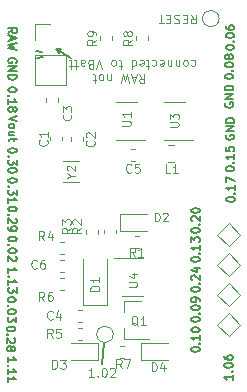
<source format=gbr>
G04 #@! TF.GenerationSoftware,KiCad,Pcbnew,(5.0.0)*
G04 #@! TF.CreationDate,2020-11-29T09:19:22-06:00*
G04 #@! TF.ProjectId,BlueMicro840,426C75654D6963726F3834302E6B6963,rev?*
G04 #@! TF.SameCoordinates,Original*
G04 #@! TF.FileFunction,Legend,Top*
G04 #@! TF.FilePolarity,Positive*
%FSLAX46Y46*%
G04 Gerber Fmt 4.6, Leading zero omitted, Abs format (unit mm)*
G04 Created by KiCad (PCBNEW (5.0.0)) date 11/29/20 09:19:22*
%MOMM*%
%LPD*%
G01*
G04 APERTURE LIST*
%ADD10C,0.200000*%
%ADD11C,0.100000*%
%ADD12C,0.120000*%
%ADD13C,0.150000*%
G04 APERTURE END LIST*
D10*
X102361533Y-138062775D02*
X102211533Y-139812775D01*
X98721533Y-113114775D02*
X98594533Y-113495775D01*
X98340533Y-113114775D02*
X98721533Y-113114775D01*
X98340533Y-113114775D02*
X98594533Y-113495775D01*
X98340533Y-113114775D02*
X99610533Y-113876775D01*
D11*
X105371104Y-115292989D02*
X105621104Y-115650132D01*
X105799675Y-115292989D02*
X105799675Y-116042989D01*
X105513961Y-116042989D01*
X105442532Y-116007275D01*
X105406818Y-115971560D01*
X105371104Y-115900132D01*
X105371104Y-115792989D01*
X105406818Y-115721560D01*
X105442532Y-115685846D01*
X105513961Y-115650132D01*
X105799675Y-115650132D01*
X105085390Y-115507275D02*
X104728247Y-115507275D01*
X105156818Y-115292989D02*
X104906818Y-116042989D01*
X104656818Y-115292989D01*
X104478247Y-116042989D02*
X104299675Y-115292989D01*
X104156818Y-115828703D01*
X104013961Y-115292989D01*
X103835390Y-116042989D01*
X102978247Y-115792989D02*
X102978247Y-115292989D01*
X102978247Y-115721560D02*
X102942532Y-115757275D01*
X102871104Y-115792989D01*
X102763961Y-115792989D01*
X102692532Y-115757275D01*
X102656818Y-115685846D01*
X102656818Y-115292989D01*
X102192532Y-115292989D02*
X102263961Y-115328703D01*
X102299675Y-115364417D01*
X102335390Y-115435846D01*
X102335390Y-115650132D01*
X102299675Y-115721560D01*
X102263961Y-115757275D01*
X102192532Y-115792989D01*
X102085390Y-115792989D01*
X102013961Y-115757275D01*
X101978247Y-115721560D01*
X101942532Y-115650132D01*
X101942532Y-115435846D01*
X101978247Y-115364417D01*
X102013961Y-115328703D01*
X102085390Y-115292989D01*
X102192532Y-115292989D01*
X101728247Y-115792989D02*
X101442532Y-115792989D01*
X101621104Y-116042989D02*
X101621104Y-115400132D01*
X101585390Y-115328703D01*
X101513961Y-115292989D01*
X101442532Y-115292989D01*
X109763961Y-114103703D02*
X109835390Y-114067989D01*
X109978247Y-114067989D01*
X110049675Y-114103703D01*
X110085390Y-114139417D01*
X110121104Y-114210846D01*
X110121104Y-114425132D01*
X110085390Y-114496560D01*
X110049675Y-114532275D01*
X109978247Y-114567989D01*
X109835390Y-114567989D01*
X109763961Y-114532275D01*
X109335390Y-114067989D02*
X109406818Y-114103703D01*
X109442533Y-114139417D01*
X109478247Y-114210846D01*
X109478247Y-114425132D01*
X109442533Y-114496560D01*
X109406818Y-114532275D01*
X109335390Y-114567989D01*
X109228247Y-114567989D01*
X109156818Y-114532275D01*
X109121104Y-114496560D01*
X109085390Y-114425132D01*
X109085390Y-114210846D01*
X109121104Y-114139417D01*
X109156818Y-114103703D01*
X109228247Y-114067989D01*
X109335390Y-114067989D01*
X108763961Y-114567989D02*
X108763961Y-114067989D01*
X108763961Y-114496560D02*
X108728247Y-114532275D01*
X108656818Y-114567989D01*
X108549675Y-114567989D01*
X108478247Y-114532275D01*
X108442533Y-114460846D01*
X108442533Y-114067989D01*
X108085390Y-114567989D02*
X108085390Y-114067989D01*
X108085390Y-114496560D02*
X108049675Y-114532275D01*
X107978247Y-114567989D01*
X107871104Y-114567989D01*
X107799675Y-114532275D01*
X107763961Y-114460846D01*
X107763961Y-114067989D01*
X107121104Y-114103703D02*
X107192533Y-114067989D01*
X107335390Y-114067989D01*
X107406818Y-114103703D01*
X107442533Y-114175132D01*
X107442533Y-114460846D01*
X107406818Y-114532275D01*
X107335390Y-114567989D01*
X107192533Y-114567989D01*
X107121104Y-114532275D01*
X107085390Y-114460846D01*
X107085390Y-114389417D01*
X107442533Y-114317989D01*
X106442533Y-114103703D02*
X106513961Y-114067989D01*
X106656818Y-114067989D01*
X106728247Y-114103703D01*
X106763961Y-114139417D01*
X106799675Y-114210846D01*
X106799675Y-114425132D01*
X106763961Y-114496560D01*
X106728247Y-114532275D01*
X106656818Y-114567989D01*
X106513961Y-114567989D01*
X106442533Y-114532275D01*
X106228247Y-114567989D02*
X105942533Y-114567989D01*
X106121104Y-114817989D02*
X106121104Y-114175132D01*
X106085390Y-114103703D01*
X106013961Y-114067989D01*
X105942533Y-114067989D01*
X105406818Y-114103703D02*
X105478247Y-114067989D01*
X105621104Y-114067989D01*
X105692533Y-114103703D01*
X105728247Y-114175132D01*
X105728247Y-114460846D01*
X105692533Y-114532275D01*
X105621104Y-114567989D01*
X105478247Y-114567989D01*
X105406818Y-114532275D01*
X105371104Y-114460846D01*
X105371104Y-114389417D01*
X105728247Y-114317989D01*
X104728247Y-114067989D02*
X104728247Y-114817989D01*
X104728247Y-114103703D02*
X104799675Y-114067989D01*
X104942533Y-114067989D01*
X105013961Y-114103703D01*
X105049675Y-114139417D01*
X105085390Y-114210846D01*
X105085390Y-114425132D01*
X105049675Y-114496560D01*
X105013961Y-114532275D01*
X104942533Y-114567989D01*
X104799675Y-114567989D01*
X104728247Y-114532275D01*
X103906818Y-114567989D02*
X103621104Y-114567989D01*
X103799675Y-114817989D02*
X103799675Y-114175132D01*
X103763961Y-114103703D01*
X103692533Y-114067989D01*
X103621104Y-114067989D01*
X103263961Y-114067989D02*
X103335390Y-114103703D01*
X103371104Y-114139417D01*
X103406818Y-114210846D01*
X103406818Y-114425132D01*
X103371104Y-114496560D01*
X103335390Y-114532275D01*
X103263961Y-114567989D01*
X103156818Y-114567989D01*
X103085390Y-114532275D01*
X103049675Y-114496560D01*
X103013961Y-114425132D01*
X103013961Y-114210846D01*
X103049675Y-114139417D01*
X103085390Y-114103703D01*
X103156818Y-114067989D01*
X103263961Y-114067989D01*
X102228247Y-114817989D02*
X101978247Y-114067989D01*
X101728247Y-114817989D01*
X101228247Y-114460846D02*
X101121104Y-114425132D01*
X101085390Y-114389417D01*
X101049675Y-114317989D01*
X101049675Y-114210846D01*
X101085390Y-114139417D01*
X101121104Y-114103703D01*
X101192533Y-114067989D01*
X101478247Y-114067989D01*
X101478247Y-114817989D01*
X101228247Y-114817989D01*
X101156818Y-114782275D01*
X101121104Y-114746560D01*
X101085390Y-114675132D01*
X101085390Y-114603703D01*
X101121104Y-114532275D01*
X101156818Y-114496560D01*
X101228247Y-114460846D01*
X101478247Y-114460846D01*
X100406818Y-114067989D02*
X100406818Y-114460846D01*
X100442533Y-114532275D01*
X100513961Y-114567989D01*
X100656818Y-114567989D01*
X100728247Y-114532275D01*
X100406818Y-114103703D02*
X100478247Y-114067989D01*
X100656818Y-114067989D01*
X100728247Y-114103703D01*
X100763961Y-114175132D01*
X100763961Y-114246560D01*
X100728247Y-114317989D01*
X100656818Y-114353703D01*
X100478247Y-114353703D01*
X100406818Y-114389417D01*
X100156818Y-114567989D02*
X99871104Y-114567989D01*
X100049675Y-114817989D02*
X100049675Y-114175132D01*
X100013961Y-114103703D01*
X99942533Y-114067989D01*
X99871104Y-114067989D01*
X99728247Y-114567989D02*
X99442533Y-114567989D01*
X99621104Y-114817989D02*
X99621104Y-114175132D01*
X99585390Y-114103703D01*
X99513961Y-114067989D01*
X99442533Y-114067989D01*
D10*
X97169533Y-113409775D02*
X96661533Y-113282775D01*
X96671533Y-113912775D02*
X97179533Y-113785775D01*
D11*
X101532961Y-140902060D02*
X101104390Y-140902060D01*
X101318675Y-140902060D02*
X101318675Y-140152060D01*
X101247247Y-140259203D01*
X101175818Y-140330632D01*
X101104390Y-140366346D01*
X101854390Y-140830632D02*
X101890104Y-140866346D01*
X101854390Y-140902060D01*
X101818675Y-140866346D01*
X101854390Y-140830632D01*
X101854390Y-140902060D01*
X102354390Y-140152060D02*
X102425818Y-140152060D01*
X102497247Y-140187775D01*
X102532961Y-140223489D01*
X102568675Y-140294917D01*
X102604390Y-140437775D01*
X102604390Y-140616346D01*
X102568675Y-140759203D01*
X102532961Y-140830632D01*
X102497247Y-140866346D01*
X102425818Y-140902060D01*
X102354390Y-140902060D01*
X102282961Y-140866346D01*
X102247247Y-140830632D01*
X102211533Y-140759203D01*
X102175818Y-140616346D01*
X102175818Y-140437775D01*
X102211533Y-140294917D01*
X102247247Y-140223489D01*
X102282961Y-140187775D01*
X102354390Y-140152060D01*
X102890104Y-140223489D02*
X102925818Y-140187775D01*
X102997247Y-140152060D01*
X103175818Y-140152060D01*
X103247247Y-140187775D01*
X103282961Y-140223489D01*
X103318675Y-140294917D01*
X103318675Y-140366346D01*
X103282961Y-140473489D01*
X102854390Y-140902060D01*
X103318675Y-140902060D01*
X109716818Y-110235489D02*
X109966818Y-110592632D01*
X110145390Y-110235489D02*
X110145390Y-110985489D01*
X109859675Y-110985489D01*
X109788247Y-110949775D01*
X109752533Y-110914060D01*
X109716818Y-110842632D01*
X109716818Y-110735489D01*
X109752533Y-110664060D01*
X109788247Y-110628346D01*
X109859675Y-110592632D01*
X110145390Y-110592632D01*
X109395390Y-110628346D02*
X109145390Y-110628346D01*
X109038247Y-110235489D02*
X109395390Y-110235489D01*
X109395390Y-110985489D01*
X109038247Y-110985489D01*
X108752533Y-110271203D02*
X108645390Y-110235489D01*
X108466818Y-110235489D01*
X108395390Y-110271203D01*
X108359675Y-110306917D01*
X108323961Y-110378346D01*
X108323961Y-110449775D01*
X108359675Y-110521203D01*
X108395390Y-110556917D01*
X108466818Y-110592632D01*
X108609675Y-110628346D01*
X108681104Y-110664060D01*
X108716818Y-110699775D01*
X108752533Y-110771203D01*
X108752533Y-110842632D01*
X108716818Y-110914060D01*
X108681104Y-110949775D01*
X108609675Y-110985489D01*
X108431104Y-110985489D01*
X108323961Y-110949775D01*
X108002533Y-110628346D02*
X107752533Y-110628346D01*
X107645390Y-110235489D02*
X108002533Y-110235489D01*
X108002533Y-110985489D01*
X107645390Y-110985489D01*
X107431104Y-110985489D02*
X107002533Y-110985489D01*
X107216818Y-110235489D02*
X107216818Y-110985489D01*
D12*
G04 #@! TO.C,D3*
X99547033Y-139503775D02*
X101832033Y-139503775D01*
X101832033Y-139503775D02*
X101832033Y-138033775D01*
X101832033Y-138033775D02*
X99547033Y-138033775D01*
G04 #@! TO.C,D2*
X105998533Y-127111775D02*
X103713533Y-127111775D01*
X103713533Y-127111775D02*
X103713533Y-128581775D01*
X103713533Y-128581775D02*
X105998533Y-128581775D01*
G04 #@! TO.C,Y2*
X100285533Y-122653775D02*
X98935533Y-122653775D01*
X100285533Y-124403775D02*
X98935533Y-124403775D01*
G04 #@! TO.C,U3*
X107473533Y-120820775D02*
X109923533Y-120820775D01*
X109273533Y-117600775D02*
X107473533Y-117600775D01*
G04 #@! TO.C,U4*
X103917533Y-134028775D02*
X105717533Y-134028775D01*
X105717533Y-130808775D02*
X103267533Y-130808775D01*
G04 #@! TO.C,D4*
X107802034Y-138033775D02*
X105517034Y-138033775D01*
X105517034Y-138033775D02*
X105517034Y-139503775D01*
X105517034Y-139503775D02*
X107802034Y-139503775D01*
G04 #@! TO.C,C1*
X97830533Y-120897554D02*
X97830533Y-120571996D01*
X98850533Y-120897554D02*
X98850533Y-120571996D01*
G04 #@! TO.C,C2*
X100628533Y-120597497D02*
X100628533Y-120923055D01*
X99608533Y-120597497D02*
X99608533Y-120923055D01*
G04 #@! TO.C,C3*
X98469533Y-117295496D02*
X98469533Y-117621054D01*
X97449533Y-117295496D02*
X97449533Y-117621054D01*
G04 #@! TO.C,C4*
X100509812Y-135210775D02*
X100184254Y-135210775D01*
X100509812Y-136230775D02*
X100184254Y-136230775D01*
G04 #@! TO.C,C5*
X104654754Y-122641775D02*
X104980312Y-122641775D01*
X104654754Y-121621775D02*
X104980312Y-121621775D01*
G04 #@! TO.C,C6*
X98685754Y-132039775D02*
X99011312Y-132039775D01*
X98685754Y-131019775D02*
X99011312Y-131019775D01*
G04 #@! TO.C,R1*
X105010254Y-130007775D02*
X105335812Y-130007775D01*
X105010254Y-128987775D02*
X105335812Y-128987775D01*
G04 #@! TO.C,R2*
X103422533Y-128771554D02*
X103422533Y-128445996D01*
X102402533Y-128771554D02*
X102402533Y-128445996D01*
G04 #@! TO.C,R3*
X100878533Y-128797060D02*
X100878533Y-128471502D01*
X101898533Y-128797060D02*
X101898533Y-128471502D01*
G04 #@! TO.C,R4*
X99011312Y-130515775D02*
X98685754Y-130515775D01*
X99011312Y-129495775D02*
X98685754Y-129495775D01*
G04 #@! TO.C,R5*
X100509812Y-136734775D02*
X100184254Y-136734775D01*
X100509812Y-137754775D02*
X100184254Y-137754775D01*
G04 #@! TO.C,R6*
X98685754Y-132543775D02*
X99011312Y-132543775D01*
X98685754Y-133563775D02*
X99011312Y-133563775D01*
G04 #@! TO.C,R7*
X104091312Y-139278775D02*
X103765754Y-139278775D01*
X104091312Y-138258775D02*
X103765754Y-138258775D01*
G04 #@! TO.C,D1*
X100642533Y-134796775D02*
X102642533Y-134796775D01*
X102642533Y-134796775D02*
X102642533Y-130896775D01*
X100642533Y-134796775D02*
X100642533Y-130896775D01*
G04 #@! TO.C,Q1*
X104057533Y-134521775D02*
X104057533Y-135451775D01*
X104057533Y-137681775D02*
X104057533Y-136751775D01*
X104057533Y-137681775D02*
X106217533Y-137681775D01*
X104057533Y-134521775D02*
X105517533Y-134521775D01*
G04 #@! TO.C,TP1*
X103161533Y-137312775D02*
G75*
G03X103161533Y-137312775I-700000J0D01*
G01*
G04 #@! TO.C,TP7*
X112121533Y-110574775D02*
G75*
G03X112121533Y-110574775I-700000J0D01*
G01*
G04 #@! TO.C,L1*
X108299611Y-122714775D02*
X107782455Y-122714775D01*
X108299611Y-121294775D02*
X107782455Y-121294775D01*
G04 #@! TO.C,TP3*
X112945533Y-134932724D02*
X111955584Y-133942775D01*
X113935482Y-133942775D02*
X112945533Y-134932724D01*
X112945533Y-132952826D02*
X113935482Y-133942775D01*
X111955584Y-133942775D02*
X112945533Y-132952826D01*
G04 #@! TO.C,TP4*
X111955584Y-136482775D02*
X112945533Y-135492826D01*
X112945533Y-135492826D02*
X113935482Y-136482775D01*
X113935482Y-136482775D02*
X112945533Y-137472724D01*
X112945533Y-137472724D02*
X111955584Y-136482775D01*
G04 #@! TO.C,TP5*
X111955584Y-128862775D02*
X112945533Y-127872826D01*
X112945533Y-127872826D02*
X113935482Y-128862775D01*
X113935482Y-128862775D02*
X112945533Y-129852724D01*
X112945533Y-129852724D02*
X111955584Y-128862775D01*
G04 #@! TO.C,TP6*
X112945533Y-132392724D02*
X111955584Y-131402775D01*
X113935482Y-131402775D02*
X112945533Y-132392724D01*
X112945533Y-130412826D02*
X113935482Y-131402775D01*
X111955584Y-131402775D02*
X112945533Y-130412826D01*
G04 #@! TO.C,R8*
X105069533Y-112388554D02*
X105069533Y-112062996D01*
X106089533Y-112388554D02*
X106089533Y-112062996D01*
G04 #@! TO.C,R9*
X103041533Y-112388554D02*
X103041533Y-112062996D01*
X102021533Y-112388554D02*
X102021533Y-112062996D01*
G04 #@! TO.C,U1*
X105209533Y-117600775D02*
X103409533Y-117600775D01*
X103409533Y-120820775D02*
X105859533Y-120820775D01*
G04 #@! TO.C,J2*
X96502533Y-116222775D02*
X99162533Y-116222775D01*
X96502533Y-113622775D02*
X96502533Y-116222775D01*
X99162533Y-113622775D02*
X99162533Y-116222775D01*
X96502533Y-113622775D02*
X99162533Y-113622775D01*
X96502533Y-112352775D02*
X96502533Y-111022775D01*
X96502533Y-111022775D02*
X97832533Y-111022775D01*
G04 #@! TO.C,D3*
D11*
X98007961Y-140202060D02*
X98007961Y-139452060D01*
X98186533Y-139452060D01*
X98293675Y-139487775D01*
X98365104Y-139559203D01*
X98400818Y-139630632D01*
X98436533Y-139773489D01*
X98436533Y-139880632D01*
X98400818Y-140023489D01*
X98365104Y-140094917D01*
X98293675Y-140166346D01*
X98186533Y-140202060D01*
X98007961Y-140202060D01*
X98686533Y-139452060D02*
X99150818Y-139452060D01*
X98900818Y-139737775D01*
X99007961Y-139737775D01*
X99079390Y-139773489D01*
X99115104Y-139809203D01*
X99150818Y-139880632D01*
X99150818Y-140059203D01*
X99115104Y-140130632D01*
X99079390Y-140166346D01*
X99007961Y-140202060D01*
X98793675Y-140202060D01*
X98722247Y-140166346D01*
X98686533Y-140130632D01*
G04 #@! TO.C,D2*
X106713866Y-127718941D02*
X106713866Y-127018941D01*
X106880533Y-127018941D01*
X106980533Y-127052275D01*
X107047199Y-127118941D01*
X107080533Y-127185608D01*
X107113866Y-127318941D01*
X107113866Y-127418941D01*
X107080533Y-127552275D01*
X107047199Y-127618941D01*
X106980533Y-127685608D01*
X106880533Y-127718941D01*
X106713866Y-127718941D01*
X107380533Y-127085608D02*
X107413866Y-127052275D01*
X107480533Y-127018941D01*
X107647199Y-127018941D01*
X107713866Y-127052275D01*
X107747199Y-127085608D01*
X107780533Y-127152275D01*
X107780533Y-127218941D01*
X107747199Y-127318941D01*
X107347199Y-127718941D01*
X107780533Y-127718941D01*
G04 #@! TO.C,Y2*
X99593866Y-123862108D02*
X99927199Y-123862108D01*
X99227199Y-124095441D02*
X99593866Y-123862108D01*
X99227199Y-123628775D01*
X99293866Y-123428775D02*
X99260533Y-123395441D01*
X99227199Y-123328775D01*
X99227199Y-123162108D01*
X99260533Y-123095441D01*
X99293866Y-123062108D01*
X99360533Y-123028775D01*
X99427199Y-123028775D01*
X99527199Y-123062108D01*
X99927199Y-123462108D01*
X99927199Y-123028775D01*
G04 #@! TO.C,U3*
X107990199Y-119744108D02*
X108556866Y-119744108D01*
X108623533Y-119710775D01*
X108656866Y-119677441D01*
X108690199Y-119610775D01*
X108690199Y-119477441D01*
X108656866Y-119410775D01*
X108623533Y-119377441D01*
X108556866Y-119344108D01*
X107990199Y-119344108D01*
X107990199Y-119077441D02*
X107990199Y-118644108D01*
X108256866Y-118877441D01*
X108256866Y-118777441D01*
X108290199Y-118710775D01*
X108323533Y-118677441D01*
X108390199Y-118644108D01*
X108556866Y-118644108D01*
X108623533Y-118677441D01*
X108656866Y-118710775D01*
X108690199Y-118777441D01*
X108690199Y-118977441D01*
X108656866Y-119044108D01*
X108623533Y-119077441D01*
G04 #@! TO.C,U4*
X104497699Y-133269608D02*
X105064366Y-133269608D01*
X105131033Y-133236275D01*
X105164366Y-133202941D01*
X105197699Y-133136275D01*
X105197699Y-133002941D01*
X105164366Y-132936275D01*
X105131033Y-132902941D01*
X105064366Y-132869608D01*
X104497699Y-132869608D01*
X104731033Y-132236275D02*
X105197699Y-132236275D01*
X104464366Y-132402941D02*
X104964366Y-132569608D01*
X104964366Y-132136275D01*
G04 #@! TO.C,D4*
X106422961Y-140441560D02*
X106422961Y-139691560D01*
X106601533Y-139691560D01*
X106708675Y-139727275D01*
X106780104Y-139798703D01*
X106815818Y-139870132D01*
X106851533Y-140012989D01*
X106851533Y-140120132D01*
X106815818Y-140262989D01*
X106780104Y-140334417D01*
X106708675Y-140405846D01*
X106601533Y-140441560D01*
X106422961Y-140441560D01*
X107494390Y-139941560D02*
X107494390Y-140441560D01*
X107315818Y-139655846D02*
X107137247Y-140191560D01*
X107601533Y-140191560D01*
G04 #@! TO.C,C1*
X97528890Y-120859775D02*
X97564604Y-120895489D01*
X97600318Y-121002632D01*
X97600318Y-121074060D01*
X97564604Y-121181203D01*
X97493175Y-121252632D01*
X97421747Y-121288346D01*
X97278890Y-121324060D01*
X97171747Y-121324060D01*
X97028890Y-121288346D01*
X96957461Y-121252632D01*
X96886033Y-121181203D01*
X96850318Y-121074060D01*
X96850318Y-121002632D01*
X96886033Y-120895489D01*
X96921747Y-120859775D01*
X97600318Y-120145489D02*
X97600318Y-120574060D01*
X97600318Y-120359775D02*
X96850318Y-120359775D01*
X96957461Y-120431203D01*
X97028890Y-120502632D01*
X97064604Y-120574060D01*
G04 #@! TO.C,C2*
X101529390Y-120923275D02*
X101565104Y-120958989D01*
X101600818Y-121066132D01*
X101600818Y-121137560D01*
X101565104Y-121244703D01*
X101493675Y-121316132D01*
X101422247Y-121351846D01*
X101279390Y-121387560D01*
X101172247Y-121387560D01*
X101029390Y-121351846D01*
X100957961Y-121316132D01*
X100886533Y-121244703D01*
X100850818Y-121137560D01*
X100850818Y-121066132D01*
X100886533Y-120958989D01*
X100922247Y-120923275D01*
X100922247Y-120637560D02*
X100886533Y-120601846D01*
X100850818Y-120530417D01*
X100850818Y-120351846D01*
X100886533Y-120280417D01*
X100922247Y-120244703D01*
X100993675Y-120208989D01*
X101065104Y-120208989D01*
X101172247Y-120244703D01*
X101600818Y-120673275D01*
X101600818Y-120208989D01*
G04 #@! TO.C,C3*
X99548190Y-118700775D02*
X99583904Y-118736489D01*
X99619618Y-118843632D01*
X99619618Y-118915060D01*
X99583904Y-119022203D01*
X99512475Y-119093632D01*
X99441047Y-119129346D01*
X99298190Y-119165060D01*
X99191047Y-119165060D01*
X99048190Y-119129346D01*
X98976761Y-119093632D01*
X98905333Y-119022203D01*
X98869618Y-118915060D01*
X98869618Y-118843632D01*
X98905333Y-118736489D01*
X98941047Y-118700775D01*
X98869618Y-118450775D02*
X98869618Y-117986489D01*
X99155333Y-118236489D01*
X99155333Y-118129346D01*
X99191047Y-118057917D01*
X99226761Y-118022203D01*
X99298190Y-117986489D01*
X99476761Y-117986489D01*
X99548190Y-118022203D01*
X99583904Y-118057917D01*
X99619618Y-118129346D01*
X99619618Y-118343632D01*
X99583904Y-118415060D01*
X99548190Y-118450775D01*
G04 #@! TO.C,C4*
X98025033Y-135988632D02*
X97989318Y-136024346D01*
X97882175Y-136060060D01*
X97810747Y-136060060D01*
X97703604Y-136024346D01*
X97632175Y-135952917D01*
X97596461Y-135881489D01*
X97560747Y-135738632D01*
X97560747Y-135631489D01*
X97596461Y-135488632D01*
X97632175Y-135417203D01*
X97703604Y-135345775D01*
X97810747Y-135310060D01*
X97882175Y-135310060D01*
X97989318Y-135345775D01*
X98025033Y-135381489D01*
X98667890Y-135560060D02*
X98667890Y-136060060D01*
X98489318Y-135274346D02*
X98310747Y-135810060D01*
X98775033Y-135810060D01*
G04 #@! TO.C,C5*
X104692533Y-123542632D02*
X104656818Y-123578346D01*
X104549675Y-123614060D01*
X104478247Y-123614060D01*
X104371104Y-123578346D01*
X104299675Y-123506917D01*
X104263961Y-123435489D01*
X104228247Y-123292632D01*
X104228247Y-123185489D01*
X104263961Y-123042632D01*
X104299675Y-122971203D01*
X104371104Y-122899775D01*
X104478247Y-122864060D01*
X104549675Y-122864060D01*
X104656818Y-122899775D01*
X104692533Y-122935489D01*
X105371104Y-122864060D02*
X105013961Y-122864060D01*
X104978247Y-123221203D01*
X105013961Y-123185489D01*
X105085390Y-123149775D01*
X105263961Y-123149775D01*
X105335390Y-123185489D01*
X105371104Y-123221203D01*
X105406818Y-123292632D01*
X105406818Y-123471203D01*
X105371104Y-123542632D01*
X105335390Y-123578346D01*
X105263961Y-123614060D01*
X105085390Y-123614060D01*
X105013961Y-123578346D01*
X104978247Y-123542632D01*
G04 #@! TO.C,C6*
X96691533Y-131670632D02*
X96655818Y-131706346D01*
X96548675Y-131742060D01*
X96477247Y-131742060D01*
X96370104Y-131706346D01*
X96298675Y-131634917D01*
X96262961Y-131563489D01*
X96227247Y-131420632D01*
X96227247Y-131313489D01*
X96262961Y-131170632D01*
X96298675Y-131099203D01*
X96370104Y-131027775D01*
X96477247Y-130992060D01*
X96548675Y-130992060D01*
X96655818Y-131027775D01*
X96691533Y-131063489D01*
X97334390Y-130992060D02*
X97191533Y-130992060D01*
X97120104Y-131027775D01*
X97084390Y-131063489D01*
X97012961Y-131170632D01*
X96977247Y-131313489D01*
X96977247Y-131599203D01*
X97012961Y-131670632D01*
X97048675Y-131706346D01*
X97120104Y-131742060D01*
X97262961Y-131742060D01*
X97334390Y-131706346D01*
X97370104Y-131670632D01*
X97405818Y-131599203D01*
X97405818Y-131420632D01*
X97370104Y-131349203D01*
X97334390Y-131313489D01*
X97262961Y-131277775D01*
X97120104Y-131277775D01*
X97048675Y-131313489D01*
X97012961Y-131349203D01*
X96977247Y-131420632D01*
G04 #@! TO.C,R1*
X105010033Y-130726060D02*
X104760033Y-130368917D01*
X104581461Y-130726060D02*
X104581461Y-129976060D01*
X104867175Y-129976060D01*
X104938604Y-130011775D01*
X104974318Y-130047489D01*
X105010033Y-130118917D01*
X105010033Y-130226060D01*
X104974318Y-130297489D01*
X104938604Y-130333203D01*
X104867175Y-130368917D01*
X104581461Y-130368917D01*
X105724318Y-130726060D02*
X105295747Y-130726060D01*
X105510033Y-130726060D02*
X105510033Y-129976060D01*
X105438604Y-130083203D01*
X105367175Y-130154632D01*
X105295747Y-130190346D01*
G04 #@! TO.C,R2*
X100457818Y-128289275D02*
X100100675Y-128539275D01*
X100457818Y-128717846D02*
X99707818Y-128717846D01*
X99707818Y-128432132D01*
X99743533Y-128360703D01*
X99779247Y-128324989D01*
X99850675Y-128289275D01*
X99957818Y-128289275D01*
X100029247Y-128324989D01*
X100064961Y-128360703D01*
X100100675Y-128432132D01*
X100100675Y-128717846D01*
X99779247Y-128003560D02*
X99743533Y-127967846D01*
X99707818Y-127896417D01*
X99707818Y-127717846D01*
X99743533Y-127646417D01*
X99779247Y-127610703D01*
X99850675Y-127574989D01*
X99922104Y-127574989D01*
X100029247Y-127610703D01*
X100457818Y-128039275D01*
X100457818Y-127574989D01*
G04 #@! TO.C,R3*
X99568818Y-128289275D02*
X99211675Y-128539275D01*
X99568818Y-128717846D02*
X98818818Y-128717846D01*
X98818818Y-128432132D01*
X98854533Y-128360703D01*
X98890247Y-128324989D01*
X98961675Y-128289275D01*
X99068818Y-128289275D01*
X99140247Y-128324989D01*
X99175961Y-128360703D01*
X99211675Y-128432132D01*
X99211675Y-128717846D01*
X98818818Y-128039275D02*
X98818818Y-127574989D01*
X99104533Y-127824989D01*
X99104533Y-127717846D01*
X99140247Y-127646417D01*
X99175961Y-127610703D01*
X99247390Y-127574989D01*
X99425961Y-127574989D01*
X99497390Y-127610703D01*
X99533104Y-127646417D01*
X99568818Y-127717846D01*
X99568818Y-127932132D01*
X99533104Y-128003560D01*
X99497390Y-128039275D01*
G04 #@! TO.C,R4*
X97326533Y-129329060D02*
X97076533Y-128971917D01*
X96897961Y-129329060D02*
X96897961Y-128579060D01*
X97183675Y-128579060D01*
X97255104Y-128614775D01*
X97290818Y-128650489D01*
X97326533Y-128721917D01*
X97326533Y-128829060D01*
X97290818Y-128900489D01*
X97255104Y-128936203D01*
X97183675Y-128971917D01*
X96897961Y-128971917D01*
X97969390Y-128829060D02*
X97969390Y-129329060D01*
X97790818Y-128543346D02*
X97612247Y-129079060D01*
X98076533Y-129079060D01*
G04 #@! TO.C,R5*
X98025033Y-137584060D02*
X97775033Y-137226917D01*
X97596461Y-137584060D02*
X97596461Y-136834060D01*
X97882175Y-136834060D01*
X97953604Y-136869775D01*
X97989318Y-136905489D01*
X98025033Y-136976917D01*
X98025033Y-137084060D01*
X97989318Y-137155489D01*
X97953604Y-137191203D01*
X97882175Y-137226917D01*
X97596461Y-137226917D01*
X98703604Y-136834060D02*
X98346461Y-136834060D01*
X98310747Y-137191203D01*
X98346461Y-137155489D01*
X98417890Y-137119775D01*
X98596461Y-137119775D01*
X98667890Y-137155489D01*
X98703604Y-137191203D01*
X98739318Y-137262632D01*
X98739318Y-137441203D01*
X98703604Y-137512632D01*
X98667890Y-137548346D01*
X98596461Y-137584060D01*
X98417890Y-137584060D01*
X98346461Y-137548346D01*
X98310747Y-137512632D01*
G04 #@! TO.C,R6*
X97326533Y-134472560D02*
X97076533Y-134115417D01*
X96897961Y-134472560D02*
X96897961Y-133722560D01*
X97183675Y-133722560D01*
X97255104Y-133758275D01*
X97290818Y-133793989D01*
X97326533Y-133865417D01*
X97326533Y-133972560D01*
X97290818Y-134043989D01*
X97255104Y-134079703D01*
X97183675Y-134115417D01*
X96897961Y-134115417D01*
X97969390Y-133722560D02*
X97826533Y-133722560D01*
X97755104Y-133758275D01*
X97719390Y-133793989D01*
X97647961Y-133901132D01*
X97612247Y-134043989D01*
X97612247Y-134329703D01*
X97647961Y-134401132D01*
X97683675Y-134436846D01*
X97755104Y-134472560D01*
X97897961Y-134472560D01*
X97969390Y-134436846D01*
X98005104Y-134401132D01*
X98040818Y-134329703D01*
X98040818Y-134151132D01*
X98005104Y-134079703D01*
X97969390Y-134043989D01*
X97897961Y-134008275D01*
X97755104Y-134008275D01*
X97683675Y-134043989D01*
X97647961Y-134079703D01*
X97612247Y-134151132D01*
G04 #@! TO.C,R7*
X103867033Y-140187560D02*
X103617033Y-139830417D01*
X103438461Y-140187560D02*
X103438461Y-139437560D01*
X103724175Y-139437560D01*
X103795604Y-139473275D01*
X103831318Y-139508989D01*
X103867033Y-139580417D01*
X103867033Y-139687560D01*
X103831318Y-139758989D01*
X103795604Y-139794703D01*
X103724175Y-139830417D01*
X103438461Y-139830417D01*
X104117033Y-139437560D02*
X104617033Y-139437560D01*
X104295604Y-140187560D01*
G04 #@! TO.C,D1*
X101981818Y-133607346D02*
X101231818Y-133607346D01*
X101231818Y-133428775D01*
X101267533Y-133321632D01*
X101338961Y-133250203D01*
X101410390Y-133214489D01*
X101553247Y-133178775D01*
X101660390Y-133178775D01*
X101803247Y-133214489D01*
X101874675Y-133250203D01*
X101946104Y-133321632D01*
X101981818Y-133428775D01*
X101981818Y-133607346D01*
X101981818Y-132464489D02*
X101981818Y-132893060D01*
X101981818Y-132678775D02*
X101231818Y-132678775D01*
X101338961Y-132750203D01*
X101410390Y-132821632D01*
X101446104Y-132893060D01*
G04 #@! TO.C,Q1*
X105254104Y-136575989D02*
X105182675Y-136540275D01*
X105111247Y-136468846D01*
X105004104Y-136361703D01*
X104932675Y-136325989D01*
X104861247Y-136325989D01*
X104896961Y-136504560D02*
X104825533Y-136468846D01*
X104754104Y-136397417D01*
X104718390Y-136254560D01*
X104718390Y-136004560D01*
X104754104Y-135861703D01*
X104825533Y-135790275D01*
X104896961Y-135754560D01*
X105039818Y-135754560D01*
X105111247Y-135790275D01*
X105182675Y-135861703D01*
X105218390Y-136004560D01*
X105218390Y-136254560D01*
X105182675Y-136397417D01*
X105111247Y-136468846D01*
X105039818Y-136504560D01*
X104896961Y-136504560D01*
X105932675Y-136504560D02*
X105504104Y-136504560D01*
X105718390Y-136504560D02*
X105718390Y-135754560D01*
X105646961Y-135861703D01*
X105575533Y-135933132D01*
X105504104Y-135968846D01*
G04 #@! TO.C,L1*
X107994533Y-123677560D02*
X107637390Y-123677560D01*
X107637390Y-122927560D01*
X108637390Y-123677560D02*
X108208818Y-123677560D01*
X108423104Y-123677560D02*
X108423104Y-122927560D01*
X108351675Y-123034703D01*
X108280247Y-123106132D01*
X108208818Y-123141846D01*
G04 #@! TO.C,U2*
D13*
X94277366Y-111805941D02*
X94610699Y-111572608D01*
X94277366Y-111405941D02*
X94977366Y-111405941D01*
X94977366Y-111672608D01*
X94944033Y-111739275D01*
X94910699Y-111772608D01*
X94844033Y-111805941D01*
X94744033Y-111805941D01*
X94677366Y-111772608D01*
X94644033Y-111739275D01*
X94610699Y-111672608D01*
X94610699Y-111405941D01*
X94477366Y-112072608D02*
X94477366Y-112405941D01*
X94277366Y-112005941D02*
X94977366Y-112239275D01*
X94277366Y-112472608D01*
X94977366Y-112639275D02*
X94277366Y-112805941D01*
X94777366Y-112939275D01*
X94277366Y-113072608D01*
X94977366Y-113239275D01*
X94944033Y-114295941D02*
X94977366Y-114229275D01*
X94977366Y-114129275D01*
X94944033Y-114029275D01*
X94877366Y-113962608D01*
X94810699Y-113929275D01*
X94677366Y-113895941D01*
X94577366Y-113895941D01*
X94444033Y-113929275D01*
X94377366Y-113962608D01*
X94310699Y-114029275D01*
X94277366Y-114129275D01*
X94277366Y-114195941D01*
X94310699Y-114295941D01*
X94344033Y-114329275D01*
X94577366Y-114329275D01*
X94577366Y-114195941D01*
X94277366Y-114629275D02*
X94977366Y-114629275D01*
X94277366Y-115029275D01*
X94977366Y-115029275D01*
X94277366Y-115362608D02*
X94977366Y-115362608D01*
X94977366Y-115529275D01*
X94944033Y-115629275D01*
X94877366Y-115695941D01*
X94810699Y-115729275D01*
X94677366Y-115762608D01*
X94577366Y-115762608D01*
X94444033Y-115729275D01*
X94377366Y-115695941D01*
X94310699Y-115629275D01*
X94277366Y-115529275D01*
X94277366Y-115362608D01*
X94977366Y-116566108D02*
X94977366Y-116632775D01*
X94944033Y-116699441D01*
X94910699Y-116732775D01*
X94844033Y-116766108D01*
X94710699Y-116799441D01*
X94544033Y-116799441D01*
X94410699Y-116766108D01*
X94344033Y-116732775D01*
X94310699Y-116699441D01*
X94277366Y-116632775D01*
X94277366Y-116566108D01*
X94310699Y-116499441D01*
X94344033Y-116466108D01*
X94410699Y-116432775D01*
X94544033Y-116399441D01*
X94710699Y-116399441D01*
X94844033Y-116432775D01*
X94910699Y-116466108D01*
X94944033Y-116499441D01*
X94977366Y-116566108D01*
X94344033Y-117099441D02*
X94310699Y-117132775D01*
X94277366Y-117099441D01*
X94310699Y-117066108D01*
X94344033Y-117099441D01*
X94277366Y-117099441D01*
X94277366Y-117799441D02*
X94277366Y-117399441D01*
X94277366Y-117599441D02*
X94977366Y-117599441D01*
X94877366Y-117532775D01*
X94810699Y-117466108D01*
X94777366Y-117399441D01*
X94677366Y-118199441D02*
X94710699Y-118132775D01*
X94744033Y-118099441D01*
X94810699Y-118066108D01*
X94844033Y-118066108D01*
X94910699Y-118099441D01*
X94944033Y-118132775D01*
X94977366Y-118199441D01*
X94977366Y-118332775D01*
X94944033Y-118399441D01*
X94910699Y-118432775D01*
X94844033Y-118466108D01*
X94810699Y-118466108D01*
X94744033Y-118432775D01*
X94710699Y-118399441D01*
X94677366Y-118332775D01*
X94677366Y-118199441D01*
X94644033Y-118132775D01*
X94610699Y-118099441D01*
X94544033Y-118066108D01*
X94410699Y-118066108D01*
X94344033Y-118099441D01*
X94310699Y-118132775D01*
X94277366Y-118199441D01*
X94277366Y-118332775D01*
X94310699Y-118399441D01*
X94344033Y-118432775D01*
X94410699Y-118466108D01*
X94544033Y-118466108D01*
X94610699Y-118432775D01*
X94644033Y-118399441D01*
X94677366Y-118332775D01*
X95034866Y-118816108D02*
X94334866Y-119049441D01*
X95034866Y-119282775D01*
X94334866Y-119616108D02*
X94368199Y-119549441D01*
X94401533Y-119516108D01*
X94468199Y-119482775D01*
X94668199Y-119482775D01*
X94734866Y-119516108D01*
X94768199Y-119549441D01*
X94801533Y-119616108D01*
X94801533Y-119716108D01*
X94768199Y-119782775D01*
X94734866Y-119816108D01*
X94668199Y-119849441D01*
X94468199Y-119849441D01*
X94401533Y-119816108D01*
X94368199Y-119782775D01*
X94334866Y-119716108D01*
X94334866Y-119616108D01*
X94801533Y-120449441D02*
X94334866Y-120449441D01*
X94801533Y-120149441D02*
X94434866Y-120149441D01*
X94368199Y-120182775D01*
X94334866Y-120249441D01*
X94334866Y-120349441D01*
X94368199Y-120416108D01*
X94401533Y-120449441D01*
X94801533Y-120682775D02*
X94801533Y-120949441D01*
X95034866Y-120782775D02*
X94434866Y-120782775D01*
X94368199Y-120816108D01*
X94334866Y-120882775D01*
X94334866Y-120949441D01*
X94977366Y-121709608D02*
X94977366Y-121776275D01*
X94944033Y-121842941D01*
X94910699Y-121876275D01*
X94844033Y-121909608D01*
X94710699Y-121942941D01*
X94544033Y-121942941D01*
X94410699Y-121909608D01*
X94344033Y-121876275D01*
X94310699Y-121842941D01*
X94277366Y-121776275D01*
X94277366Y-121709608D01*
X94310699Y-121642941D01*
X94344033Y-121609608D01*
X94410699Y-121576275D01*
X94544033Y-121542941D01*
X94710699Y-121542941D01*
X94844033Y-121576275D01*
X94910699Y-121609608D01*
X94944033Y-121642941D01*
X94977366Y-121709608D01*
X94344033Y-122242941D02*
X94310699Y-122276275D01*
X94277366Y-122242941D01*
X94310699Y-122209608D01*
X94344033Y-122242941D01*
X94277366Y-122242941D01*
X94977366Y-122509608D02*
X94977366Y-122942941D01*
X94710699Y-122709608D01*
X94710699Y-122809608D01*
X94677366Y-122876275D01*
X94644033Y-122909608D01*
X94577366Y-122942941D01*
X94410699Y-122942941D01*
X94344033Y-122909608D01*
X94310699Y-122876275D01*
X94277366Y-122809608D01*
X94277366Y-122609608D01*
X94310699Y-122542941D01*
X94344033Y-122509608D01*
X94977366Y-123376275D02*
X94977366Y-123442941D01*
X94944033Y-123509608D01*
X94910699Y-123542941D01*
X94844033Y-123576275D01*
X94710699Y-123609608D01*
X94544033Y-123609608D01*
X94410699Y-123576275D01*
X94344033Y-123542941D01*
X94310699Y-123509608D01*
X94277366Y-123442941D01*
X94277366Y-123376275D01*
X94310699Y-123309608D01*
X94344033Y-123276275D01*
X94410699Y-123242941D01*
X94544033Y-123209608D01*
X94710699Y-123209608D01*
X94844033Y-123242941D01*
X94910699Y-123276275D01*
X94944033Y-123309608D01*
X94977366Y-123376275D01*
X94977366Y-124249608D02*
X94977366Y-124316275D01*
X94944033Y-124382941D01*
X94910699Y-124416275D01*
X94844033Y-124449608D01*
X94710699Y-124482941D01*
X94544033Y-124482941D01*
X94410699Y-124449608D01*
X94344033Y-124416275D01*
X94310699Y-124382941D01*
X94277366Y-124316275D01*
X94277366Y-124249608D01*
X94310699Y-124182941D01*
X94344033Y-124149608D01*
X94410699Y-124116275D01*
X94544033Y-124082941D01*
X94710699Y-124082941D01*
X94844033Y-124116275D01*
X94910699Y-124149608D01*
X94944033Y-124182941D01*
X94977366Y-124249608D01*
X94344033Y-124782941D02*
X94310699Y-124816275D01*
X94277366Y-124782941D01*
X94310699Y-124749608D01*
X94344033Y-124782941D01*
X94277366Y-124782941D01*
X94977366Y-125049608D02*
X94977366Y-125482941D01*
X94710699Y-125249608D01*
X94710699Y-125349608D01*
X94677366Y-125416275D01*
X94644033Y-125449608D01*
X94577366Y-125482941D01*
X94410699Y-125482941D01*
X94344033Y-125449608D01*
X94310699Y-125416275D01*
X94277366Y-125349608D01*
X94277366Y-125149608D01*
X94310699Y-125082941D01*
X94344033Y-125049608D01*
X94277366Y-126149608D02*
X94277366Y-125749608D01*
X94277366Y-125949608D02*
X94977366Y-125949608D01*
X94877366Y-125882941D01*
X94810699Y-125816275D01*
X94777366Y-125749608D01*
X94977366Y-129202608D02*
X94977366Y-129269275D01*
X94944033Y-129335941D01*
X94910699Y-129369275D01*
X94844033Y-129402608D01*
X94710699Y-129435941D01*
X94544033Y-129435941D01*
X94410699Y-129402608D01*
X94344033Y-129369275D01*
X94310699Y-129335941D01*
X94277366Y-129269275D01*
X94277366Y-129202608D01*
X94310699Y-129135941D01*
X94344033Y-129102608D01*
X94410699Y-129069275D01*
X94544033Y-129035941D01*
X94710699Y-129035941D01*
X94844033Y-129069275D01*
X94910699Y-129102608D01*
X94944033Y-129135941D01*
X94977366Y-129202608D01*
X94344033Y-129735941D02*
X94310699Y-129769275D01*
X94277366Y-129735941D01*
X94310699Y-129702608D01*
X94344033Y-129735941D01*
X94277366Y-129735941D01*
X94977366Y-130202608D02*
X94977366Y-130269275D01*
X94944033Y-130335941D01*
X94910699Y-130369275D01*
X94844033Y-130402608D01*
X94710699Y-130435941D01*
X94544033Y-130435941D01*
X94410699Y-130402608D01*
X94344033Y-130369275D01*
X94310699Y-130335941D01*
X94277366Y-130269275D01*
X94277366Y-130202608D01*
X94310699Y-130135941D01*
X94344033Y-130102608D01*
X94410699Y-130069275D01*
X94544033Y-130035941D01*
X94710699Y-130035941D01*
X94844033Y-130069275D01*
X94910699Y-130102608D01*
X94944033Y-130135941D01*
X94977366Y-130202608D01*
X94910699Y-130702608D02*
X94944033Y-130735941D01*
X94977366Y-130802608D01*
X94977366Y-130969275D01*
X94944033Y-131035941D01*
X94910699Y-131069275D01*
X94844033Y-131102608D01*
X94777366Y-131102608D01*
X94677366Y-131069275D01*
X94277366Y-130669275D01*
X94277366Y-131102608D01*
X94977366Y-126662608D02*
X94977366Y-126729275D01*
X94944033Y-126795941D01*
X94910699Y-126829275D01*
X94844033Y-126862608D01*
X94710699Y-126895941D01*
X94544033Y-126895941D01*
X94410699Y-126862608D01*
X94344033Y-126829275D01*
X94310699Y-126795941D01*
X94277366Y-126729275D01*
X94277366Y-126662608D01*
X94310699Y-126595941D01*
X94344033Y-126562608D01*
X94410699Y-126529275D01*
X94544033Y-126495941D01*
X94710699Y-126495941D01*
X94844033Y-126529275D01*
X94910699Y-126562608D01*
X94944033Y-126595941D01*
X94977366Y-126662608D01*
X94344033Y-127195941D02*
X94310699Y-127229275D01*
X94277366Y-127195941D01*
X94310699Y-127162608D01*
X94344033Y-127195941D01*
X94277366Y-127195941D01*
X94910699Y-127495941D02*
X94944033Y-127529275D01*
X94977366Y-127595941D01*
X94977366Y-127762608D01*
X94944033Y-127829275D01*
X94910699Y-127862608D01*
X94844033Y-127895941D01*
X94777366Y-127895941D01*
X94677366Y-127862608D01*
X94277366Y-127462608D01*
X94277366Y-127895941D01*
X94277366Y-128229275D02*
X94277366Y-128362608D01*
X94310699Y-128429275D01*
X94344033Y-128462608D01*
X94444033Y-128529275D01*
X94577366Y-128562608D01*
X94844033Y-128562608D01*
X94910699Y-128529275D01*
X94944033Y-128495941D01*
X94977366Y-128429275D01*
X94977366Y-128295941D01*
X94944033Y-128229275D01*
X94910699Y-128195941D01*
X94844033Y-128162608D01*
X94677366Y-128162608D01*
X94610699Y-128195941D01*
X94577366Y-128229275D01*
X94544033Y-128295941D01*
X94544033Y-128429275D01*
X94577366Y-128495941D01*
X94610699Y-128529275D01*
X94677366Y-128562608D01*
X94277366Y-132102941D02*
X94277366Y-131702941D01*
X94277366Y-131902941D02*
X94977366Y-131902941D01*
X94877366Y-131836275D01*
X94810699Y-131769608D01*
X94777366Y-131702941D01*
X94344033Y-132402941D02*
X94310699Y-132436275D01*
X94277366Y-132402941D01*
X94310699Y-132369608D01*
X94344033Y-132402941D01*
X94277366Y-132402941D01*
X94277366Y-133102941D02*
X94277366Y-132702941D01*
X94277366Y-132902941D02*
X94977366Y-132902941D01*
X94877366Y-132836275D01*
X94810699Y-132769608D01*
X94777366Y-132702941D01*
X94977366Y-133336275D02*
X94977366Y-133769608D01*
X94710699Y-133536275D01*
X94710699Y-133636275D01*
X94677366Y-133702941D01*
X94644033Y-133736275D01*
X94577366Y-133769608D01*
X94410699Y-133769608D01*
X94344033Y-133736275D01*
X94310699Y-133702941D01*
X94277366Y-133636275D01*
X94277366Y-133436275D01*
X94310699Y-133369608D01*
X94344033Y-133336275D01*
X94913866Y-134346108D02*
X94913866Y-134412775D01*
X94880533Y-134479441D01*
X94847199Y-134512775D01*
X94780533Y-134546108D01*
X94647199Y-134579441D01*
X94480533Y-134579441D01*
X94347199Y-134546108D01*
X94280533Y-134512775D01*
X94247199Y-134479441D01*
X94213866Y-134412775D01*
X94213866Y-134346108D01*
X94247199Y-134279441D01*
X94280533Y-134246108D01*
X94347199Y-134212775D01*
X94480533Y-134179441D01*
X94647199Y-134179441D01*
X94780533Y-134212775D01*
X94847199Y-134246108D01*
X94880533Y-134279441D01*
X94913866Y-134346108D01*
X94280533Y-134879441D02*
X94247199Y-134912775D01*
X94213866Y-134879441D01*
X94247199Y-134846108D01*
X94280533Y-134879441D01*
X94213866Y-134879441D01*
X94913866Y-135346108D02*
X94913866Y-135412775D01*
X94880533Y-135479441D01*
X94847199Y-135512775D01*
X94780533Y-135546108D01*
X94647199Y-135579441D01*
X94480533Y-135579441D01*
X94347199Y-135546108D01*
X94280533Y-135512775D01*
X94247199Y-135479441D01*
X94213866Y-135412775D01*
X94213866Y-135346108D01*
X94247199Y-135279441D01*
X94280533Y-135246108D01*
X94347199Y-135212775D01*
X94480533Y-135179441D01*
X94647199Y-135179441D01*
X94780533Y-135212775D01*
X94847199Y-135246108D01*
X94880533Y-135279441D01*
X94913866Y-135346108D01*
X94913866Y-135812775D02*
X94913866Y-136246108D01*
X94647199Y-136012775D01*
X94647199Y-136112775D01*
X94613866Y-136179441D01*
X94580533Y-136212775D01*
X94513866Y-136246108D01*
X94347199Y-136246108D01*
X94280533Y-136212775D01*
X94247199Y-136179441D01*
X94213866Y-136112775D01*
X94213866Y-135912775D01*
X94247199Y-135846108D01*
X94280533Y-135812775D01*
X94850366Y-136822608D02*
X94850366Y-136889275D01*
X94817033Y-136955941D01*
X94783699Y-136989275D01*
X94717033Y-137022608D01*
X94583699Y-137055941D01*
X94417033Y-137055941D01*
X94283699Y-137022608D01*
X94217033Y-136989275D01*
X94183699Y-136955941D01*
X94150366Y-136889275D01*
X94150366Y-136822608D01*
X94183699Y-136755941D01*
X94217033Y-136722608D01*
X94283699Y-136689275D01*
X94417033Y-136655941D01*
X94583699Y-136655941D01*
X94717033Y-136689275D01*
X94783699Y-136722608D01*
X94817033Y-136755941D01*
X94850366Y-136822608D01*
X94217033Y-137355941D02*
X94183699Y-137389275D01*
X94150366Y-137355941D01*
X94183699Y-137322608D01*
X94217033Y-137355941D01*
X94150366Y-137355941D01*
X94783699Y-137655941D02*
X94817033Y-137689275D01*
X94850366Y-137755941D01*
X94850366Y-137922608D01*
X94817033Y-137989275D01*
X94783699Y-138022608D01*
X94717033Y-138055941D01*
X94650366Y-138055941D01*
X94550366Y-138022608D01*
X94150366Y-137622608D01*
X94150366Y-138055941D01*
X94550366Y-138455941D02*
X94583699Y-138389275D01*
X94617033Y-138355941D01*
X94683699Y-138322608D01*
X94717033Y-138322608D01*
X94783699Y-138355941D01*
X94817033Y-138389275D01*
X94850366Y-138455941D01*
X94850366Y-138589275D01*
X94817033Y-138655941D01*
X94783699Y-138689275D01*
X94717033Y-138722608D01*
X94683699Y-138722608D01*
X94617033Y-138689275D01*
X94583699Y-138655941D01*
X94550366Y-138589275D01*
X94550366Y-138455941D01*
X94517033Y-138389275D01*
X94483699Y-138355941D01*
X94417033Y-138322608D01*
X94283699Y-138322608D01*
X94217033Y-138355941D01*
X94183699Y-138389275D01*
X94150366Y-138455941D01*
X94150366Y-138589275D01*
X94183699Y-138655941D01*
X94217033Y-138689275D01*
X94283699Y-138722608D01*
X94417033Y-138722608D01*
X94483699Y-138689275D01*
X94517033Y-138655941D01*
X94550366Y-138589275D01*
X94213866Y-139659441D02*
X94213866Y-139259441D01*
X94213866Y-139459441D02*
X94913866Y-139459441D01*
X94813866Y-139392775D01*
X94747199Y-139326108D01*
X94713866Y-139259441D01*
X94280533Y-139959441D02*
X94247199Y-139992775D01*
X94213866Y-139959441D01*
X94247199Y-139926108D01*
X94280533Y-139959441D01*
X94213866Y-139959441D01*
X94213866Y-140659441D02*
X94213866Y-140259441D01*
X94213866Y-140459441D02*
X94913866Y-140459441D01*
X94813866Y-140392775D01*
X94747199Y-140326108D01*
X94713866Y-140259441D01*
X94213866Y-141326108D02*
X94213866Y-140926108D01*
X94213866Y-141126108D02*
X94913866Y-141126108D01*
X94813866Y-141059441D01*
X94747199Y-140992775D01*
X94713866Y-140926108D01*
X113262199Y-140735608D02*
X113262199Y-141135608D01*
X113262199Y-140935608D02*
X112562199Y-140935608D01*
X112662199Y-141002275D01*
X112728866Y-141068941D01*
X112762199Y-141135608D01*
X113195533Y-140435608D02*
X113228866Y-140402275D01*
X113262199Y-140435608D01*
X113228866Y-140468941D01*
X113195533Y-140435608D01*
X113262199Y-140435608D01*
X112562199Y-139968941D02*
X112562199Y-139902275D01*
X112595533Y-139835608D01*
X112628866Y-139802275D01*
X112695533Y-139768941D01*
X112828866Y-139735608D01*
X112995533Y-139735608D01*
X113128866Y-139768941D01*
X113195533Y-139802275D01*
X113228866Y-139835608D01*
X113262199Y-139902275D01*
X113262199Y-139968941D01*
X113228866Y-140035608D01*
X113195533Y-140068941D01*
X113128866Y-140102275D01*
X112995533Y-140135608D01*
X112828866Y-140135608D01*
X112695533Y-140102275D01*
X112628866Y-140068941D01*
X112595533Y-140035608D01*
X112562199Y-139968941D01*
X112562199Y-139135608D02*
X112562199Y-139268941D01*
X112595533Y-139335608D01*
X112628866Y-139368941D01*
X112728866Y-139435608D01*
X112862199Y-139468941D01*
X113128866Y-139468941D01*
X113195533Y-139435608D01*
X113228866Y-139402275D01*
X113262199Y-139335608D01*
X113262199Y-139202275D01*
X113228866Y-139135608D01*
X113195533Y-139102275D01*
X113128866Y-139068941D01*
X112962199Y-139068941D01*
X112895533Y-139102275D01*
X112862199Y-139135608D01*
X112828866Y-139202275D01*
X112828866Y-139335608D01*
X112862199Y-139402275D01*
X112895533Y-139435608D01*
X112962199Y-139468941D01*
X109768199Y-138619441D02*
X109768199Y-138552775D01*
X109801533Y-138486108D01*
X109834866Y-138452775D01*
X109901533Y-138419441D01*
X110034866Y-138386108D01*
X110201533Y-138386108D01*
X110334866Y-138419441D01*
X110401533Y-138452775D01*
X110434866Y-138486108D01*
X110468199Y-138552775D01*
X110468199Y-138619441D01*
X110434866Y-138686108D01*
X110401533Y-138719441D01*
X110334866Y-138752775D01*
X110201533Y-138786108D01*
X110034866Y-138786108D01*
X109901533Y-138752775D01*
X109834866Y-138719441D01*
X109801533Y-138686108D01*
X109768199Y-138619441D01*
X110401533Y-138086108D02*
X110434866Y-138052775D01*
X110468199Y-138086108D01*
X110434866Y-138119441D01*
X110401533Y-138086108D01*
X110468199Y-138086108D01*
X110468199Y-137386108D02*
X110468199Y-137786108D01*
X110468199Y-137586108D02*
X109768199Y-137586108D01*
X109868199Y-137652775D01*
X109934866Y-137719441D01*
X109968199Y-137786108D01*
X109768199Y-136952775D02*
X109768199Y-136886108D01*
X109801533Y-136819441D01*
X109834866Y-136786108D01*
X109901533Y-136752775D01*
X110034866Y-136719441D01*
X110201533Y-136719441D01*
X110334866Y-136752775D01*
X110401533Y-136786108D01*
X110434866Y-136819441D01*
X110468199Y-136886108D01*
X110468199Y-136952775D01*
X110434866Y-137019441D01*
X110401533Y-137052775D01*
X110334866Y-137086108D01*
X110201533Y-137119441D01*
X110034866Y-137119441D01*
X109901533Y-137086108D01*
X109834866Y-137052775D01*
X109801533Y-137019441D01*
X109768199Y-136952775D01*
X109768199Y-136079441D02*
X109768199Y-136012775D01*
X109801533Y-135946108D01*
X109834866Y-135912775D01*
X109901533Y-135879441D01*
X110034866Y-135846108D01*
X110201533Y-135846108D01*
X110334866Y-135879441D01*
X110401533Y-135912775D01*
X110434866Y-135946108D01*
X110468199Y-136012775D01*
X110468199Y-136079441D01*
X110434866Y-136146108D01*
X110401533Y-136179441D01*
X110334866Y-136212775D01*
X110201533Y-136246108D01*
X110034866Y-136246108D01*
X109901533Y-136212775D01*
X109834866Y-136179441D01*
X109801533Y-136146108D01*
X109768199Y-136079441D01*
X110401533Y-135546108D02*
X110434866Y-135512775D01*
X110468199Y-135546108D01*
X110434866Y-135579441D01*
X110401533Y-135546108D01*
X110468199Y-135546108D01*
X109768199Y-135079441D02*
X109768199Y-135012775D01*
X109801533Y-134946108D01*
X109834866Y-134912775D01*
X109901533Y-134879441D01*
X110034866Y-134846108D01*
X110201533Y-134846108D01*
X110334866Y-134879441D01*
X110401533Y-134912775D01*
X110434866Y-134946108D01*
X110468199Y-135012775D01*
X110468199Y-135079441D01*
X110434866Y-135146108D01*
X110401533Y-135179441D01*
X110334866Y-135212775D01*
X110201533Y-135246108D01*
X110034866Y-135246108D01*
X109901533Y-135212775D01*
X109834866Y-135179441D01*
X109801533Y-135146108D01*
X109768199Y-135079441D01*
X110468199Y-134512775D02*
X110468199Y-134379441D01*
X110434866Y-134312775D01*
X110401533Y-134279441D01*
X110301533Y-134212775D01*
X110168199Y-134179441D01*
X109901533Y-134179441D01*
X109834866Y-134212775D01*
X109801533Y-134246108D01*
X109768199Y-134312775D01*
X109768199Y-134446108D01*
X109801533Y-134512775D01*
X109834866Y-134546108D01*
X109901533Y-134579441D01*
X110068199Y-134579441D01*
X110134866Y-134546108D01*
X110168199Y-134512775D01*
X110201533Y-134446108D01*
X110201533Y-134312775D01*
X110168199Y-134246108D01*
X110134866Y-134212775D01*
X110068199Y-134179441D01*
X109768199Y-133539441D02*
X109768199Y-133472775D01*
X109801533Y-133406108D01*
X109834866Y-133372775D01*
X109901533Y-133339441D01*
X110034866Y-133306108D01*
X110201533Y-133306108D01*
X110334866Y-133339441D01*
X110401533Y-133372775D01*
X110434866Y-133406108D01*
X110468199Y-133472775D01*
X110468199Y-133539441D01*
X110434866Y-133606108D01*
X110401533Y-133639441D01*
X110334866Y-133672775D01*
X110201533Y-133706108D01*
X110034866Y-133706108D01*
X109901533Y-133672775D01*
X109834866Y-133639441D01*
X109801533Y-133606108D01*
X109768199Y-133539441D01*
X110401533Y-133006108D02*
X110434866Y-132972775D01*
X110468199Y-133006108D01*
X110434866Y-133039441D01*
X110401533Y-133006108D01*
X110468199Y-133006108D01*
X109834866Y-132706108D02*
X109801533Y-132672775D01*
X109768199Y-132606108D01*
X109768199Y-132439441D01*
X109801533Y-132372775D01*
X109834866Y-132339441D01*
X109901533Y-132306108D01*
X109968199Y-132306108D01*
X110068199Y-132339441D01*
X110468199Y-132739441D01*
X110468199Y-132306108D01*
X110001533Y-131706108D02*
X110468199Y-131706108D01*
X109734866Y-131872775D02*
X110234866Y-132039441D01*
X110234866Y-131606108D01*
X109768199Y-130999441D02*
X109768199Y-130932775D01*
X109801533Y-130866108D01*
X109834866Y-130832775D01*
X109901533Y-130799441D01*
X110034866Y-130766108D01*
X110201533Y-130766108D01*
X110334866Y-130799441D01*
X110401533Y-130832775D01*
X110434866Y-130866108D01*
X110468199Y-130932775D01*
X110468199Y-130999441D01*
X110434866Y-131066108D01*
X110401533Y-131099441D01*
X110334866Y-131132775D01*
X110201533Y-131166108D01*
X110034866Y-131166108D01*
X109901533Y-131132775D01*
X109834866Y-131099441D01*
X109801533Y-131066108D01*
X109768199Y-130999441D01*
X110401533Y-130466108D02*
X110434866Y-130432775D01*
X110468199Y-130466108D01*
X110434866Y-130499441D01*
X110401533Y-130466108D01*
X110468199Y-130466108D01*
X110468199Y-129766108D02*
X110468199Y-130166108D01*
X110468199Y-129966108D02*
X109768199Y-129966108D01*
X109868199Y-130032775D01*
X109934866Y-130099441D01*
X109968199Y-130166108D01*
X109768199Y-129532775D02*
X109768199Y-129099441D01*
X110034866Y-129332775D01*
X110034866Y-129232775D01*
X110068199Y-129166108D01*
X110101533Y-129132775D01*
X110168199Y-129099441D01*
X110334866Y-129099441D01*
X110401533Y-129132775D01*
X110434866Y-129166108D01*
X110468199Y-129232775D01*
X110468199Y-129432775D01*
X110434866Y-129499441D01*
X110401533Y-129532775D01*
X109768199Y-128522941D02*
X109768199Y-128456275D01*
X109801533Y-128389608D01*
X109834866Y-128356275D01*
X109901533Y-128322941D01*
X110034866Y-128289608D01*
X110201533Y-128289608D01*
X110334866Y-128322941D01*
X110401533Y-128356275D01*
X110434866Y-128389608D01*
X110468199Y-128456275D01*
X110468199Y-128522941D01*
X110434866Y-128589608D01*
X110401533Y-128622941D01*
X110334866Y-128656275D01*
X110201533Y-128689608D01*
X110034866Y-128689608D01*
X109901533Y-128656275D01*
X109834866Y-128622941D01*
X109801533Y-128589608D01*
X109768199Y-128522941D01*
X110401533Y-127989608D02*
X110434866Y-127956275D01*
X110468199Y-127989608D01*
X110434866Y-128022941D01*
X110401533Y-127989608D01*
X110468199Y-127989608D01*
X109834866Y-127689608D02*
X109801533Y-127656275D01*
X109768199Y-127589608D01*
X109768199Y-127422941D01*
X109801533Y-127356275D01*
X109834866Y-127322941D01*
X109901533Y-127289608D01*
X109968199Y-127289608D01*
X110068199Y-127322941D01*
X110468199Y-127722941D01*
X110468199Y-127289608D01*
X109768199Y-126856275D02*
X109768199Y-126789608D01*
X109801533Y-126722941D01*
X109834866Y-126689608D01*
X109901533Y-126656275D01*
X110034866Y-126622941D01*
X110201533Y-126622941D01*
X110334866Y-126656275D01*
X110401533Y-126689608D01*
X110434866Y-126722941D01*
X110468199Y-126789608D01*
X110468199Y-126856275D01*
X110434866Y-126922941D01*
X110401533Y-126956275D01*
X110334866Y-126989608D01*
X110201533Y-127022941D01*
X110034866Y-127022941D01*
X109901533Y-126989608D01*
X109834866Y-126956275D01*
X109801533Y-126922941D01*
X109768199Y-126856275D01*
X112752699Y-125919441D02*
X112752699Y-125852775D01*
X112786033Y-125786108D01*
X112819366Y-125752775D01*
X112886033Y-125719441D01*
X113019366Y-125686108D01*
X113186033Y-125686108D01*
X113319366Y-125719441D01*
X113386033Y-125752775D01*
X113419366Y-125786108D01*
X113452699Y-125852775D01*
X113452699Y-125919441D01*
X113419366Y-125986108D01*
X113386033Y-126019441D01*
X113319366Y-126052775D01*
X113186033Y-126086108D01*
X113019366Y-126086108D01*
X112886033Y-126052775D01*
X112819366Y-126019441D01*
X112786033Y-125986108D01*
X112752699Y-125919441D01*
X113386033Y-125386108D02*
X113419366Y-125352775D01*
X113452699Y-125386108D01*
X113419366Y-125419441D01*
X113386033Y-125386108D01*
X113452699Y-125386108D01*
X113452699Y-124686108D02*
X113452699Y-125086108D01*
X113452699Y-124886108D02*
X112752699Y-124886108D01*
X112852699Y-124952775D01*
X112919366Y-125019441D01*
X112952699Y-125086108D01*
X112752699Y-124452775D02*
X112752699Y-123986108D01*
X113452699Y-124286108D01*
X112689199Y-123315941D02*
X112689199Y-123249275D01*
X112722533Y-123182608D01*
X112755866Y-123149275D01*
X112822533Y-123115941D01*
X112955866Y-123082608D01*
X113122533Y-123082608D01*
X113255866Y-123115941D01*
X113322533Y-123149275D01*
X113355866Y-123182608D01*
X113389199Y-123249275D01*
X113389199Y-123315941D01*
X113355866Y-123382608D01*
X113322533Y-123415941D01*
X113255866Y-123449275D01*
X113122533Y-123482608D01*
X112955866Y-123482608D01*
X112822533Y-123449275D01*
X112755866Y-123415941D01*
X112722533Y-123382608D01*
X112689199Y-123315941D01*
X113322533Y-122782608D02*
X113355866Y-122749275D01*
X113389199Y-122782608D01*
X113355866Y-122815941D01*
X113322533Y-122782608D01*
X113389199Y-122782608D01*
X113389199Y-122082608D02*
X113389199Y-122482608D01*
X113389199Y-122282608D02*
X112689199Y-122282608D01*
X112789199Y-122349275D01*
X112855866Y-122415941D01*
X112889199Y-122482608D01*
X112689199Y-121449275D02*
X112689199Y-121782608D01*
X113022533Y-121815941D01*
X112989199Y-121782608D01*
X112955866Y-121715941D01*
X112955866Y-121549275D01*
X112989199Y-121482608D01*
X113022533Y-121449275D01*
X113089199Y-121415941D01*
X113255866Y-121415941D01*
X113322533Y-121449275D01*
X113355866Y-121482608D01*
X113389199Y-121549275D01*
X113389199Y-121715941D01*
X113355866Y-121782608D01*
X113322533Y-121815941D01*
X112722533Y-120442608D02*
X112689199Y-120509275D01*
X112689199Y-120609275D01*
X112722533Y-120709275D01*
X112789199Y-120775941D01*
X112855866Y-120809275D01*
X112989199Y-120842608D01*
X113089199Y-120842608D01*
X113222533Y-120809275D01*
X113289199Y-120775941D01*
X113355866Y-120709275D01*
X113389199Y-120609275D01*
X113389199Y-120542608D01*
X113355866Y-120442608D01*
X113322533Y-120409275D01*
X113089199Y-120409275D01*
X113089199Y-120542608D01*
X113389199Y-120109275D02*
X112689199Y-120109275D01*
X113389199Y-119709275D01*
X112689199Y-119709275D01*
X113389199Y-119375941D02*
X112689199Y-119375941D01*
X112689199Y-119209275D01*
X112722533Y-119109275D01*
X112789199Y-119042608D01*
X112855866Y-119009275D01*
X112989199Y-118975941D01*
X113089199Y-118975941D01*
X113222533Y-119009275D01*
X113289199Y-119042608D01*
X113355866Y-119109275D01*
X113389199Y-119209275D01*
X113389199Y-119375941D01*
X112659033Y-117712108D02*
X112625699Y-117778775D01*
X112625699Y-117878775D01*
X112659033Y-117978775D01*
X112725699Y-118045441D01*
X112792366Y-118078775D01*
X112925699Y-118112108D01*
X113025699Y-118112108D01*
X113159033Y-118078775D01*
X113225699Y-118045441D01*
X113292366Y-117978775D01*
X113325699Y-117878775D01*
X113325699Y-117812108D01*
X113292366Y-117712108D01*
X113259033Y-117678775D01*
X113025699Y-117678775D01*
X113025699Y-117812108D01*
X113325699Y-117378775D02*
X112625699Y-117378775D01*
X113325699Y-116978775D01*
X112625699Y-116978775D01*
X113325699Y-116645441D02*
X112625699Y-116645441D01*
X112625699Y-116478775D01*
X112659033Y-116378775D01*
X112725699Y-116312108D01*
X112792366Y-116278775D01*
X112925699Y-116245441D01*
X113025699Y-116245441D01*
X113159033Y-116278775D01*
X113225699Y-116312108D01*
X113292366Y-116378775D01*
X113325699Y-116478775D01*
X113325699Y-116645441D01*
X112625699Y-115505441D02*
X112625699Y-115438775D01*
X112659033Y-115372108D01*
X112692366Y-115338775D01*
X112759033Y-115305441D01*
X112892366Y-115272108D01*
X113059033Y-115272108D01*
X113192366Y-115305441D01*
X113259033Y-115338775D01*
X113292366Y-115372108D01*
X113325699Y-115438775D01*
X113325699Y-115505441D01*
X113292366Y-115572108D01*
X113259033Y-115605441D01*
X113192366Y-115638775D01*
X113059033Y-115672108D01*
X112892366Y-115672108D01*
X112759033Y-115638775D01*
X112692366Y-115605441D01*
X112659033Y-115572108D01*
X112625699Y-115505441D01*
X113259033Y-114972108D02*
X113292366Y-114938775D01*
X113325699Y-114972108D01*
X113292366Y-115005441D01*
X113259033Y-114972108D01*
X113325699Y-114972108D01*
X112625699Y-114505441D02*
X112625699Y-114438775D01*
X112659033Y-114372108D01*
X112692366Y-114338775D01*
X112759033Y-114305441D01*
X112892366Y-114272108D01*
X113059033Y-114272108D01*
X113192366Y-114305441D01*
X113259033Y-114338775D01*
X113292366Y-114372108D01*
X113325699Y-114438775D01*
X113325699Y-114505441D01*
X113292366Y-114572108D01*
X113259033Y-114605441D01*
X113192366Y-114638775D01*
X113059033Y-114672108D01*
X112892366Y-114672108D01*
X112759033Y-114638775D01*
X112692366Y-114605441D01*
X112659033Y-114572108D01*
X112625699Y-114505441D01*
X112925699Y-113872108D02*
X112892366Y-113938775D01*
X112859033Y-113972108D01*
X112792366Y-114005441D01*
X112759033Y-114005441D01*
X112692366Y-113972108D01*
X112659033Y-113938775D01*
X112625699Y-113872108D01*
X112625699Y-113738775D01*
X112659033Y-113672108D01*
X112692366Y-113638775D01*
X112759033Y-113605441D01*
X112792366Y-113605441D01*
X112859033Y-113638775D01*
X112892366Y-113672108D01*
X112925699Y-113738775D01*
X112925699Y-113872108D01*
X112959033Y-113938775D01*
X112992366Y-113972108D01*
X113059033Y-114005441D01*
X113192366Y-114005441D01*
X113259033Y-113972108D01*
X113292366Y-113938775D01*
X113325699Y-113872108D01*
X113325699Y-113738775D01*
X113292366Y-113672108D01*
X113259033Y-113638775D01*
X113192366Y-113605441D01*
X113059033Y-113605441D01*
X112992366Y-113638775D01*
X112959033Y-113672108D01*
X112925699Y-113738775D01*
X112689199Y-113028941D02*
X112689199Y-112962275D01*
X112722533Y-112895608D01*
X112755866Y-112862275D01*
X112822533Y-112828941D01*
X112955866Y-112795608D01*
X113122533Y-112795608D01*
X113255866Y-112828941D01*
X113322533Y-112862275D01*
X113355866Y-112895608D01*
X113389199Y-112962275D01*
X113389199Y-113028941D01*
X113355866Y-113095608D01*
X113322533Y-113128941D01*
X113255866Y-113162275D01*
X113122533Y-113195608D01*
X112955866Y-113195608D01*
X112822533Y-113162275D01*
X112755866Y-113128941D01*
X112722533Y-113095608D01*
X112689199Y-113028941D01*
X113322533Y-112495608D02*
X113355866Y-112462275D01*
X113389199Y-112495608D01*
X113355866Y-112528941D01*
X113322533Y-112495608D01*
X113389199Y-112495608D01*
X112689199Y-112028941D02*
X112689199Y-111962275D01*
X112722533Y-111895608D01*
X112755866Y-111862275D01*
X112822533Y-111828941D01*
X112955866Y-111795608D01*
X113122533Y-111795608D01*
X113255866Y-111828941D01*
X113322533Y-111862275D01*
X113355866Y-111895608D01*
X113389199Y-111962275D01*
X113389199Y-112028941D01*
X113355866Y-112095608D01*
X113322533Y-112128941D01*
X113255866Y-112162275D01*
X113122533Y-112195608D01*
X112955866Y-112195608D01*
X112822533Y-112162275D01*
X112755866Y-112128941D01*
X112722533Y-112095608D01*
X112689199Y-112028941D01*
X112689199Y-111195608D02*
X112689199Y-111328941D01*
X112722533Y-111395608D01*
X112755866Y-111428941D01*
X112855866Y-111495608D01*
X112989199Y-111528941D01*
X113255866Y-111528941D01*
X113322533Y-111495608D01*
X113355866Y-111462275D01*
X113389199Y-111395608D01*
X113389199Y-111262275D01*
X113355866Y-111195608D01*
X113322533Y-111162275D01*
X113255866Y-111128941D01*
X113089199Y-111128941D01*
X113022533Y-111162275D01*
X112989199Y-111195608D01*
X112955866Y-111262275D01*
X112955866Y-111395608D01*
X112989199Y-111462275D01*
X113022533Y-111495608D01*
X113089199Y-111528941D01*
G04 #@! TO.C,R8*
D11*
X104775818Y-112350775D02*
X104418675Y-112600775D01*
X104775818Y-112779346D02*
X104025818Y-112779346D01*
X104025818Y-112493632D01*
X104061533Y-112422203D01*
X104097247Y-112386489D01*
X104168675Y-112350775D01*
X104275818Y-112350775D01*
X104347247Y-112386489D01*
X104382961Y-112422203D01*
X104418675Y-112493632D01*
X104418675Y-112779346D01*
X104347247Y-111922203D02*
X104311533Y-111993632D01*
X104275818Y-112029346D01*
X104204390Y-112065060D01*
X104168675Y-112065060D01*
X104097247Y-112029346D01*
X104061533Y-111993632D01*
X104025818Y-111922203D01*
X104025818Y-111779346D01*
X104061533Y-111707917D01*
X104097247Y-111672203D01*
X104168675Y-111636489D01*
X104204390Y-111636489D01*
X104275818Y-111672203D01*
X104311533Y-111707917D01*
X104347247Y-111779346D01*
X104347247Y-111922203D01*
X104382961Y-111993632D01*
X104418675Y-112029346D01*
X104490104Y-112065060D01*
X104632961Y-112065060D01*
X104704390Y-112029346D01*
X104740104Y-111993632D01*
X104775818Y-111922203D01*
X104775818Y-111779346D01*
X104740104Y-111707917D01*
X104704390Y-111672203D01*
X104632961Y-111636489D01*
X104490104Y-111636489D01*
X104418675Y-111672203D01*
X104382961Y-111707917D01*
X104347247Y-111779346D01*
G04 #@! TO.C,R9*
X101727818Y-112350775D02*
X101370675Y-112600775D01*
X101727818Y-112779346D02*
X100977818Y-112779346D01*
X100977818Y-112493632D01*
X101013533Y-112422203D01*
X101049247Y-112386489D01*
X101120675Y-112350775D01*
X101227818Y-112350775D01*
X101299247Y-112386489D01*
X101334961Y-112422203D01*
X101370675Y-112493632D01*
X101370675Y-112779346D01*
X101727818Y-111993632D02*
X101727818Y-111850775D01*
X101692104Y-111779346D01*
X101656390Y-111743632D01*
X101549247Y-111672203D01*
X101406390Y-111636489D01*
X101120675Y-111636489D01*
X101049247Y-111672203D01*
X101013533Y-111707917D01*
X100977818Y-111779346D01*
X100977818Y-111922203D01*
X101013533Y-111993632D01*
X101049247Y-112029346D01*
X101120675Y-112065060D01*
X101299247Y-112065060D01*
X101370675Y-112029346D01*
X101406390Y-111993632D01*
X101442104Y-111922203D01*
X101442104Y-111779346D01*
X101406390Y-111707917D01*
X101370675Y-111672203D01*
X101299247Y-111636489D01*
G04 #@! TO.C,U1*
X103898818Y-119655203D02*
X104505961Y-119655203D01*
X104577390Y-119619489D01*
X104613104Y-119583775D01*
X104648818Y-119512346D01*
X104648818Y-119369489D01*
X104613104Y-119298060D01*
X104577390Y-119262346D01*
X104505961Y-119226632D01*
X103898818Y-119226632D01*
X104648818Y-118476632D02*
X104648818Y-118905203D01*
X104648818Y-118690917D02*
X103898818Y-118690917D01*
X104005961Y-118762346D01*
X104077390Y-118833775D01*
X104113104Y-118905203D01*
G04 #@! TD*
M02*

</source>
